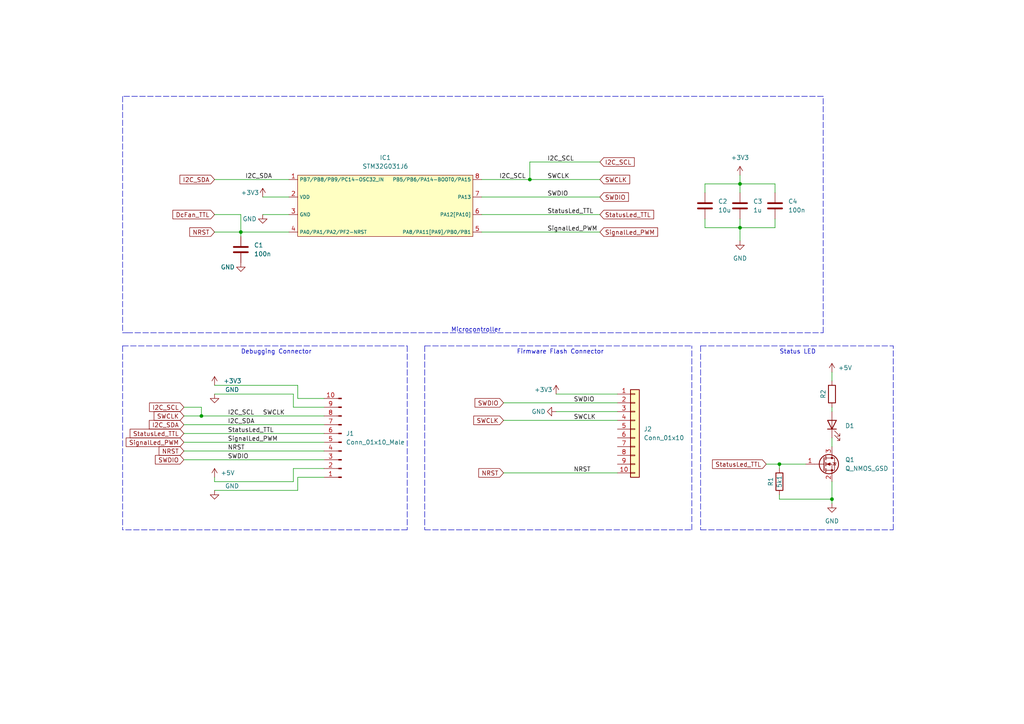
<source format=kicad_sch>
(kicad_sch (version 20211123) (generator eeschema)
  (paper "A4")
  (lib_symbols
    (symbol "Connector:Conn_01x10_Male" (pin_names (offset 1.016) hide)
      (property "Reference" "J" (at 0 12.7 0))
      (property "Value" "Conn_01x10_Male" (at 0 -15.24 0))
      (symbol "Conn_01x10_Male_1_1"
        (polyline (pts (xy 1.27 -12.7) (xy 0.8636 -12.7)) (stroke (width 0.1524)))
        (polyline (pts (xy 1.27 -10.16) (xy 0.8636 -10.16)) (stroke (width 0.1524)))
        (polyline (pts (xy 1.27 -7.62) (xy 0.8636 -7.62)) (stroke (width 0.1524)))
        (polyline (pts (xy 1.27 -5.08) (xy 0.8636 -5.08)) (stroke (width 0.1524)))
        (polyline (pts (xy 1.27 -2.54) (xy 0.8636 -2.54)) (stroke (width 0.1524)))
        (polyline (pts (xy 1.27 0) (xy 0.8636 0)) (stroke (width 0.1524)))
        (polyline (pts (xy 1.27 2.54) (xy 0.8636 2.54)) (stroke (width 0.1524)))
        (polyline (pts (xy 1.27 5.08) (xy 0.8636 5.08)) (stroke (width 0.1524)))
        (polyline (pts (xy 1.27 7.62) (xy 0.8636 7.62)) (stroke (width 0.1524)))
        (polyline (pts (xy 1.27 10.16) (xy 0.8636 10.16)) (stroke (width 0.1524)))
        (rectangle (start 0.8636 -12.573) (end 0 -12.827) (stroke (width 0.1524)) (fill (type outline)))
        (rectangle (start 0.8636 -10.033) (end 0 -10.287) (stroke (width 0.1524)) (fill (type outline)))
        (rectangle (start 0.8636 -7.493) (end 0 -7.747) (stroke (width 0.1524)) (fill (type outline)))
        (rectangle (start 0.8636 -4.953) (end 0 -5.207) (stroke (width 0.1524)) (fill (type outline)))
        (rectangle (start 0.8636 -2.413) (end 0 -2.667) (stroke (width 0.1524)) (fill (type outline)))
        (rectangle (start 0.8636 0.127) (end 0 -0.127) (stroke (width 0.1524)) (fill (type outline)))
        (rectangle (start 0.8636 2.667) (end 0 2.413) (stroke (width 0.1524)) (fill (type outline)))
        (rectangle (start 0.8636 5.207) (end 0 4.953) (stroke (width 0.1524)) (fill (type outline)))
        (rectangle (start 0.8636 7.747) (end 0 7.493) (stroke (width 0.1524)) (fill (type outline)))
        (rectangle (start 0.8636 10.287) (end 0 10.033) (stroke (width 0.1524)) (fill (type outline)))
        (pin passive line (at 5.08 10.16 180) (length 3.81) (name "Pin_1") (number "1"))
        (pin passive line (at 5.08 -12.7 180) (length 3.81) (name "Pin_10") (number "10"))
        (pin passive line (at 5.08 7.62 180) (length 3.81) (name "Pin_2") (number "2"))
        (pin passive line (at 5.08 5.08 180) (length 3.81) (name "Pin_3") (number "3"))
        (pin passive line (at 5.08 2.54 180) (length 3.81) (name "Pin_4") (number "4"))
        (pin passive line (at 5.08 0 180) (length 3.81) (name "Pin_5") (number "5"))
        (pin passive line (at 5.08 -2.54 180) (length 3.81) (name "Pin_6") (number "6"))
        (pin passive line (at 5.08 -5.08 180) (length 3.81) (name "Pin_7") (number "7"))
        (pin passive line (at 5.08 -7.62 180) (length 3.81) (name "Pin_8") (number "8"))
        (pin passive line (at 5.08 -10.16 180) (length 3.81) (name "Pin_9") (number "9"))
      )
    )
    (symbol "Connector_Generic:Conn_01x10" (pin_names (offset 1.016) hide)
      (property "Reference" "J" (at 0 12.7 0))
      (property "Value" "Conn_01x10" (at 0 -15.24 0))
      (symbol "Conn_01x10_1_1"
        (rectangle (start -1.27 -12.573) (end 0 -12.827) (stroke (width 0.1524)))
        (rectangle (start -1.27 -10.033) (end 0 -10.287) (stroke (width 0.1524)))
        (rectangle (start -1.27 -7.493) (end 0 -7.747) (stroke (width 0.1524)))
        (rectangle (start -1.27 -4.953) (end 0 -5.207) (stroke (width 0.1524)))
        (rectangle (start -1.27 -2.413) (end 0 -2.667) (stroke (width 0.1524)))
        (rectangle (start -1.27 0.127) (end 0 -0.127) (stroke (width 0.1524)))
        (rectangle (start -1.27 2.667) (end 0 2.413) (stroke (width 0.1524)))
        (rectangle (start -1.27 5.207) (end 0 4.953) (stroke (width 0.1524)))
        (rectangle (start -1.27 7.747) (end 0 7.493) (stroke (width 0.1524)))
        (rectangle (start -1.27 10.287) (end 0 10.033) (stroke (width 0.1524)))
        (rectangle (start -1.27 11.43) (end 1.27 -13.97) (stroke (width 0.254)) (fill (type background)))
        (pin passive line (at -5.08 10.16 0) (length 3.81) (name "Pin_1") (number "1"))
        (pin passive line (at -5.08 -12.7 0) (length 3.81) (name "Pin_10") (number "10"))
        (pin passive line (at -5.08 7.62 0) (length 3.81) (name "Pin_2") (number "2"))
        (pin passive line (at -5.08 5.08 0) (length 3.81) (name "Pin_3") (number "3"))
        (pin passive line (at -5.08 2.54 0) (length 3.81) (name "Pin_4") (number "4"))
        (pin passive line (at -5.08 0 0) (length 3.81) (name "Pin_5") (number "5"))
        (pin passive line (at -5.08 -2.54 0) (length 3.81) (name "Pin_6") (number "6"))
        (pin passive line (at -5.08 -5.08 0) (length 3.81) (name "Pin_7") (number "7"))
        (pin passive line (at -5.08 -7.62 0) (length 3.81) (name "Pin_8") (number "8"))
        (pin passive line (at -5.08 -10.16 0) (length 3.81) (name "Pin_9") (number "9"))
      )
    )
    (symbol "Device:C" (pin_numbers hide) (pin_names (offset 0.254))
      (property "Reference" "C" (at 0.635 2.54 0))
      (property "Value" "C" (at 0.635 -2.54 0))
      (symbol "C_0_1"
        (polyline (pts (xy -2.032 -0.762) (xy 2.032 -0.762)) (stroke (width 0.508)))
        (polyline (pts (xy -2.032 0.762) (xy 2.032 0.762)) (stroke (width 0.508)))
      )
      (symbol "C_1_1"
        (pin passive line (at 0 3.81 270) (length 2.794) (name "~") (number "1"))
        (pin passive line (at 0 -3.81 90) (length 2.794) (name "~") (number "2"))
      )
    )
    (symbol "Device:LED" (pin_numbers hide) (pin_names (offset 1.016) hide)
      (property "Reference" "D" (at 0 2.54 0))
      (property "Value" "LED" (at 0 -2.54 0))
      (symbol "LED_0_1"
        (polyline (pts (xy -1.27 -1.27) (xy -1.27 1.27)) (stroke (width 0.254)))
        (polyline (pts (xy -1.27 0) (xy 1.27 0)))
        (polyline (pts (xy 1.27 -1.27) (xy 1.27 1.27) (xy -1.27 0) (xy 1.27 -1.27)) (stroke (width 0.254)))
        (polyline (pts (xy -3.048 -0.762) (xy -4.572 -2.286) (xy -3.81 -2.286) (xy -4.572 -2.286) (xy -4.572 -1.524)))
        (polyline (pts (xy -1.778 -0.762) (xy -3.302 -2.286) (xy -2.54 -2.286) (xy -3.302 -2.286) (xy -3.302 -1.524)))
      )
      (symbol "LED_1_1"
        (pin passive line (at -3.81 0 0) (length 2.54) (name "K") (number "1"))
        (pin passive line (at 3.81 0 180) (length 2.54) (name "A") (number "2"))
      )
    )
    (symbol "Device:Q_NMOS_GSD" (pin_names (offset 0) hide)
      (property "Reference" "Q" (at 5.08 1.27 0))
      (property "Value" "Q_NMOS_GSD" (at 5.08 -1.27 0))
      (symbol "Q_NMOS_GSD_0_1"
        (polyline (pts (xy 0.254 0) (xy -2.54 0)))
        (polyline (pts (xy 0.254 1.905) (xy 0.254 -1.905)) (stroke (width 0.254)))
        (polyline (pts (xy 0.762 -1.27) (xy 0.762 -2.286)) (stroke (width 0.254)))
        (polyline (pts (xy 0.762 0.508) (xy 0.762 -0.508)) (stroke (width 0.254)))
        (polyline (pts (xy 0.762 2.286) (xy 0.762 1.27)) (stroke (width 0.254)))
        (polyline (pts (xy 2.54 2.54) (xy 2.54 1.778)))
        (polyline (pts (xy 2.54 -2.54) (xy 2.54 0) (xy 0.762 0)))
        (polyline (pts (xy 0.762 -1.778) (xy 3.302 -1.778) (xy 3.302 1.778) (xy 0.762 1.778)))
        (polyline (pts (xy 1.016 0) (xy 2.032 0.381) (xy 2.032 -0.381) (xy 1.016 0)) (fill (type outline)))
        (polyline (pts (xy 2.794 0.508) (xy 2.921 0.381) (xy 3.683 0.381) (xy 3.81 0.254)))
        (polyline (pts (xy 3.302 0.381) (xy 2.921 -0.254) (xy 3.683 -0.254) (xy 3.302 0.381)))
        (circle (center 1.651 0) (radius 2.794) (stroke (width 0.254)))
        (circle (center 2.54 -1.778) (radius 0.254) (fill (type outline)))
        (circle (center 2.54 1.778) (radius 0.254) (fill (type outline)))
      )
      (symbol "Q_NMOS_GSD_1_1"
        (pin input line (at -5.08 0 0) (length 2.54) (name "G") (number "1"))
        (pin passive line (at 2.54 -5.08 90) (length 2.54) (name "S") (number "2"))
        (pin passive line (at 2.54 5.08 270) (length 2.54) (name "D") (number "3"))
      )
    )
    (symbol "Device:R" (pin_numbers hide) (pin_names (offset 0))
      (property "Reference" "R" (at 2.032 0 90))
      (property "Value" "R" (at 0 0 90))
      (symbol "R_0_1"
        (rectangle (start -1.016 -2.54) (end 1.016 2.54) (stroke (width 0.254)))
      )
      (symbol "R_1_1"
        (pin passive line (at 0 3.81 270) (length 1.27) (name "~") (number "1"))
        (pin passive line (at 0 -3.81 90) (length 1.27) (name "~") (number "2"))
      )
    )
    (symbol "MCU_ST_STM32G0:STM32G031J6"
      (property "Reference" "IC?" (at 40.64 -11.43 0))
      (property "Value" "STM32G031J6" (at -1.27 -11.43 0))
      (symbol "STM32G031J6_0_1"
        (rectangle (start -7.62 7.62) (end 43.18 -10.16) (fill (type background)))
      )
      (symbol "STM32G031J6_1_1"
        (pin bidirectional line (at -10.16 6.35 0) (length 2.54) (name "PB7/PB8/PB9/PC14-OSC32_IN") (number "1"))
        (pin bidirectional line (at -10.16 1.27 0) (length 2.54) (name "VDD") (number "2"))
        (pin bidirectional line (at -10.16 -3.81 0) (length 2.54) (name "GND") (number "3"))
        (pin bidirectional line (at -10.16 -8.89 0) (length 2.54) (name "PA0/PA1/PA2/PF2-NRST") (number "4"))
        (pin bidirectional line (at 45.72 -8.89 180) (length 2.54) (name "PA8/PA11[PA9]/PB0/PB1") (number "5"))
        (pin bidirectional line (at 45.72 -3.81 180) (length 2.54) (name "PA12[PA10]") (number "6"))
        (pin bidirectional line (at 45.72 1.27 180) (length 2.54) (name "PA13") (number "7"))
        (pin bidirectional line (at 45.72 6.35 180) (length 2.54) (name "PB5/PB6/PA14-BOOT0/PA15") (number "8"))
      )
    )
    (symbol "power:+3V3" (power) (pin_names (offset 0))
      (property "Value" "+3V3" (at 0 3.556 0))
      (symbol "+3V3_0_1"
        (polyline (pts (xy -0.762 1.27) (xy 0 2.54)))
        (polyline (pts (xy 0 0) (xy 0 2.54)))
        (polyline (pts (xy 0 2.54) (xy 0.762 1.27)))
      )
      (symbol "+3V3_1_1"
        (pin power_in line (at 0 0 90) (length 0) hide (name "+3V3") (number "1"))
      )
    )
    (symbol "power:+5V" (power) (pin_names (offset 0))
      (property "Value" "+5V" (at 0 3.556 0))
      (symbol "+5V_0_1"
        (polyline (pts (xy -0.762 1.27) (xy 0 2.54)))
        (polyline (pts (xy 0 0) (xy 0 2.54)))
        (polyline (pts (xy 0 2.54) (xy 0.762 1.27)))
      )
      (symbol "+5V_1_1"
        (pin power_in line (at 0 0 90) (length 0) hide (name "+5V") (number "1"))
      )
    )
    (symbol "power:GND" (power) (pin_names (offset 0))
      (property "Value" "GND" (at 0 -3.81 0))
      (symbol "GND_0_1"
        (polyline (pts (xy 0 0) (xy 0 -1.27) (xy 1.27 -1.27) (xy 0 -2.54) (xy -1.27 -1.27) (xy 0 -1.27)))
      )
      (symbol "GND_1_1"
        (pin power_in line (at 0 0 270) (length 0) hide (name "GND") (number "1"))
      )
    )
  )
  (junction (at 69.85 67.31))
  (junction (at 214.63 53.34))
  (junction (at 214.63 66.04))
  (junction (at 58.42 120.65))
  (junction (at 241.3 144.78))
  (junction (at 153.67 52.07))
  (junction (at 226.06 134.62))
  (polyline (pts (xy 118.11 100.33) (xy 118.11 153.67)))
  (wire (pts (xy 214.63 66.04) (xy 214.63 69.85)))
  (wire (pts (xy 146.05 137.16) (xy 179.07 137.16)))
  (wire (pts (xy 241.3 107.95) (xy 241.3 110.49)))
  (polyline (pts (xy 35.56 96.52) (xy 36.83 96.52)))
  (wire (pts (xy 86.36 111.76) (xy 86.36 115.57)))
  (wire (pts (xy 76.2 62.23) (xy 83.82 62.23)))
  (wire (pts (xy 161.29 119.38) (xy 179.07 119.38)))
  (wire (pts (xy 85.09 135.89) (xy 93.98 135.89)))
  (wire (pts (xy 86.36 115.57) (xy 93.98 115.57)))
  (wire (pts (xy 224.79 55.88) (xy 224.79 53.34)))
  (wire (pts (xy 214.63 66.04) (xy 224.79 66.04)))
  (polyline (pts (xy 123.19 153.67) (xy 200.66 153.67)))
  (wire (pts (xy 53.34 120.65) (xy 58.42 120.65)))
  (wire (pts (xy 62.23 139.7) (xy 62.23 138.43)))
  (polyline (pts (xy 123.19 100.33) (xy 123.19 153.67)))
  (wire (pts (xy 214.63 50.8) (xy 214.63 53.34)))
  (wire (pts (xy 85.09 139.7) (xy 85.09 135.89)))
  (wire (pts (xy 139.7 62.23) (xy 173.99 62.23)))
  (polyline (pts (xy 259.08 153.67) (xy 259.08 100.33)))
  (wire (pts (xy 62.23 139.7) (xy 85.09 139.7)))
  (wire (pts (xy 153.67 52.07) (xy 173.99 52.07)))
  (polyline (pts (xy 35.56 100.33) (xy 35.56 153.67)))
  (wire (pts (xy 204.47 53.34) (xy 214.63 53.34)))
  (polyline (pts (xy 203.2 153.67) (xy 259.08 153.67)))
  (wire (pts (xy 69.85 62.23) (xy 69.85 67.31)))
  (polyline (pts (xy 118.11 153.67) (xy 35.56 153.67)))
  (wire (pts (xy 139.7 57.15) (xy 173.99 57.15)))
  (polyline (pts (xy 123.19 100.33) (xy 200.66 100.33)))
  (wire (pts (xy 86.36 142.24) (xy 86.36 138.43)))
  (polyline (pts (xy 35.56 100.33) (xy 118.11 100.33)))
  (wire (pts (xy 139.7 67.31) (xy 173.99 67.31)))
  (wire (pts (xy 62.23 114.3) (xy 85.09 114.3)))
  (polyline (pts (xy 203.2 100.33) (xy 203.2 153.67)))
  (wire (pts (xy 226.06 134.62) (xy 233.68 134.62)))
  (wire (pts (xy 86.36 138.43) (xy 93.98 138.43)))
  (wire (pts (xy 62.23 142.24) (xy 86.36 142.24)))
  (wire (pts (xy 241.3 118.11) (xy 241.3 119.38)))
  (wire (pts (xy 241.3 127) (xy 241.3 129.54)))
  (wire (pts (xy 62.23 67.31) (xy 69.85 67.31)))
  (wire (pts (xy 85.09 118.11) (xy 93.98 118.11)))
  (wire (pts (xy 161.29 114.3) (xy 179.07 114.3)))
  (wire (pts (xy 53.34 128.27) (xy 93.98 128.27)))
  (wire (pts (xy 139.7 52.07) (xy 153.67 52.07)))
  (wire (pts (xy 241.3 144.78) (xy 241.3 146.05)))
  (polyline (pts (xy 36.83 96.52) (xy 238.76 96.52)))
  (wire (pts (xy 204.47 63.5) (xy 204.47 66.04)))
  (wire (pts (xy 241.3 139.7) (xy 241.3 144.78)))
  (wire (pts (xy 226.06 135.89) (xy 226.06 134.62)))
  (wire (pts (xy 76.2 57.15) (xy 83.82 57.15)))
  (polyline (pts (xy 35.56 27.94) (xy 35.56 96.52)))
  (wire (pts (xy 153.67 46.99) (xy 153.67 52.07)))
  (wire (pts (xy 146.05 121.92) (xy 179.07 121.92)))
  (wire (pts (xy 204.47 66.04) (xy 214.63 66.04)))
  (wire (pts (xy 224.79 63.5) (xy 224.79 66.04)))
  (wire (pts (xy 53.34 118.11) (xy 58.42 118.11)))
  (wire (pts (xy 58.42 118.11) (xy 58.42 120.65)))
  (wire (pts (xy 226.06 143.51) (xy 226.06 144.78)))
  (wire (pts (xy 214.63 53.34) (xy 224.79 53.34)))
  (wire (pts (xy 62.23 52.07) (xy 83.82 52.07)))
  (wire (pts (xy 214.63 63.5) (xy 214.63 66.04)))
  (wire (pts (xy 62.23 62.23) (xy 69.85 62.23)))
  (wire (pts (xy 69.85 67.31) (xy 83.82 67.31)))
  (wire (pts (xy 58.42 120.65) (xy 93.98 120.65)))
  (wire (pts (xy 146.05 116.84) (xy 179.07 116.84)))
  (wire (pts (xy 226.06 144.78) (xy 241.3 144.78)))
  (wire (pts (xy 69.85 67.31) (xy 69.85 68.58)))
  (polyline (pts (xy 238.76 27.94) (xy 35.56 27.94)))
  (wire (pts (xy 85.09 114.3) (xy 85.09 118.11)))
  (wire (pts (xy 53.34 133.35) (xy 93.98 133.35)))
  (wire (pts (xy 173.99 46.99) (xy 153.67 46.99)))
  (polyline (pts (xy 238.76 96.52) (xy 238.76 27.94)))
  (wire (pts (xy 53.34 125.73) (xy 93.98 125.73)))
  (wire (pts (xy 204.47 55.88) (xy 204.47 53.34)))
  (wire (pts (xy 53.34 123.19) (xy 93.98 123.19)))
  (polyline (pts (xy 203.2 100.33) (xy 259.08 100.33)))
  (wire (pts (xy 53.34 130.81) (xy 93.98 130.81)))
  (wire (pts (xy 62.23 111.76) (xy 86.36 111.76)))
  (polyline (pts (xy 200.66 153.67) (xy 200.66 100.33)))
  (wire (pts (xy 222.25 134.62) (xy 226.06 134.62)))
  (wire (pts (xy 214.63 53.34) (xy 214.63 55.88)))
  (text "Microcontroller" (at 130.81 96.52 0) (effects (font (size 1.27 1.27)) (justify left bottom)))
  (text "Firmware Flash Connector" (at 149.86 102.87 0) (effects (font (size 1.27 1.27)) (justify left bottom)))
  (text "Debugging Connector" (at 69.85 102.87 0) (effects (font (size 1.27 1.27)) (justify left bottom)))
  (text "Status LED\n" (at 226.06 102.87 0) (effects (font (size 1.27 1.27)) (justify left bottom)))
  (label "SWCLK" (at 166.37 121.92 0))
  (label "SWCLK" (at 76.2 120.65 0))
  (label "I2C_SDA" (at 66.04 123.19 0))
  (label "SWCLK" (at 158.75 52.07 0))
  (label "SWDIO" (at 166.37 116.84 0))
  (label "I2C_SCL" (at 158.75 46.99 0))
  (label "I2C_SCL" (at 144.78 52.07 0))
  (label "NRST" (at 66.04 130.81 0))
  (label "SignalLed_PWM" (at 158.75 67.31 0))
  (label "SWDIO" (at 66.04 133.35 0))
  (label "I2C_SCL" (at 66.04 120.65 0))
  (label "StatusLed_TTL" (at 66.04 125.73 0))
  (label "StatusLed_TTL" (at 158.75 62.23 0))
  (label "I2C_SDA" (at 71.12 52.07 0))
  (label "SWDIO" (at 158.75 57.15 0))
  (label "NRST" (at 166.37 137.16 0))
  (label "SignalLed_PWM" (at 66.04 128.27 0))
  (global_label "I2C_SDA" (shape input) (at 62.23 52.07 180) (property "Intersheet References" "${INTERSHEET_REFS}" (effects hide)))
  (global_label "NRST" (shape input) (at 146.05 137.16 180) (property "Intersheet References" "${INTERSHEET_REFS}" (effects hide)))
  (global_label "I2C_SCL" (shape input) (at 173.99 46.99 0) (property "Intersheet References" "${INTERSHEET_REFS}" (effects hide)))
  (global_label "SignalLed_PWM" (shape input) (at 53.34 128.27 180) (property "Intersheet References" "${INTERSHEET_REFS}" (effects hide)))
  (global_label "I2C_SCL" (shape input) (at 53.34 118.11 180) (property "Intersheet References" "${INTERSHEET_REFS}" (effects hide)))
  (global_label "SWCLK" (shape input) (at 173.99 52.07 0) (property "Intersheet References" "${INTERSHEET_REFS}" (effects hide)))
  (global_label "NRST" (shape input) (at 62.23 67.31 180) (property "Intersheet References" "${INTERSHEET_REFS}" (effects hide)))
  (global_label "StatusLed_TTL" (shape input) (at 53.34 125.73 180) (property "Intersheet References" "${INTERSHEET_REFS}" (effects hide)))
  (global_label "DcFan_TTL" (shape input) (at 62.23 62.23 180) (property "Intersheet References" "${INTERSHEET_REFS}" (effects hide)))
  (global_label "SWCLK" (shape input) (at 146.05 121.92 180) (property "Intersheet References" "${INTERSHEET_REFS}" (effects hide)))
  (global_label "StatusLed_TTL" (shape input) (at 222.25 134.62 180) (property "Intersheet References" "${INTERSHEET_REFS}" (effects hide)))
  (global_label "SignalLed_PWM" (shape input) (at 173.99 67.31 0) (property "Intersheet References" "${INTERSHEET_REFS}" (effects hide)))
  (global_label "SWCLK" (shape input) (at 53.34 120.65 180) (property "Intersheet References" "${INTERSHEET_REFS}" (effects hide)))
  (global_label "I2C_SDA" (shape input) (at 53.34 123.19 180) (property "Intersheet References" "${INTERSHEET_REFS}" (effects hide)))
  (global_label "SWDIO" (shape input) (at 173.99 57.15 0) (property "Intersheet References" "${INTERSHEET_REFS}" (effects hide)))
  (global_label "SWDIO" (shape input) (at 53.34 133.35 180) (property "Intersheet References" "${INTERSHEET_REFS}" (effects hide)))
  (global_label "NRST" (shape input) (at 53.34 130.81 180) (property "Intersheet References" "${INTERSHEET_REFS}" (effects hide)))
  (global_label "StatusLed_TTL" (shape input) (at 173.99 62.23 0) (property "Intersheet References" "${INTERSHEET_REFS}" (effects hide)))
  (global_label "SWDIO" (shape input) (at 146.05 116.84 180) (property "Intersheet References" "${INTERSHEET_REFS}" (effects hide)))
  (symbol (lib_id "Device:LED") (at 241.3 123.19 90) (unit 1)
    (property "Reference" "D1" (at 245.11 123.5074 90) (effects (justify right)))
    (property "Mfr.Nr." "150060GS55040" (effects hide))
  )
  (symbol (lib_id "Device:C") (at 214.63 59.69 0) (unit 1)
    (property "Reference" "C3" (at 218.44 58.4199 0) (effects (justify left)))
    (property "Value" "1u" (at 218.44 60.9599 0) (effects (justify left)))
    (property "Footprint" "Capacitor_SMD:C_0805_2012Metric" (effects hide))
  )
  (symbol (lib_id "Device:R") (at 241.3 114.3 0) (unit 1)
    (property "Reference" "R2" (at 238.76 114.3 90))
    (property "Footprint" "Resistor_SMD:R_0805_2012Metric" (effects hide))
  )
  (symbol (lib_id "power:+5V") (at 241.3 107.95 0) (unit 1)
    (property "Reference" "#PWR012" (effects hide))
    (property "Value" "+5V" (at 245.11 106.68 0))
  )
  (symbol (lib_id "Device:Q_NMOS_GSD") (at 238.76 134.62 0) (unit 1)
    (property "Reference" "Q1" (at 245.11 133.3499 0) (effects (justify left)))
    (property "Value" "Q_NMOS_GSD" (at 245.11 135.8899 0) (effects (justify left)))
    (property "Footprint" "Package_TO_SOT_SMD:SOT-723" (effects hide))
    (property "Mfr. No." "NTK3134N" (effects hide))
  )
  (symbol (lib_id "Device:C") (at 204.47 59.69 0) (unit 1)
    (property "Reference" "C2" (at 208.28 58.4199 0) (effects (justify left)))
    (property "Value" "10u" (at 208.28 60.9599 0) (effects (justify left)))
    (property "Footprint" "Capacitor_SMD:C_0805_2012Metric" (effects hide))
  )
  (symbol (lib_id "power:+3V3") (at 214.63 50.8 0) (unit 1)
    (property "Reference" "#PWR010" (effects hide))
    (property "Value" "+3V3" (at 214.63 45.72 0))
  )
  (symbol (lib_id "Connector_Generic:Conn_01x10") (at 184.15 124.46 0) (unit 1)
    (property "Reference" "J2" (at 186.69 124.4599 0) (effects (justify left)))
    (property "Value" "Conn_01x10" (at 186.69 126.9999 0) (effects (justify left)))
    (property "Footprint" "Connector:Tag-Connect_TC2050-IDC-NL_2x05_P1.27mm_Vertical" (effects hide))
  )
  (symbol (lib_id "power:GND") (at 241.3 146.05 0) (unit 1)
    (property "Reference" "#PWR013" (effects hide))
    (property "Value" "GND" (at 241.3 151.13 0))
  )
  (symbol (lib_id "power:GND") (at 161.29 119.38 270) (unit 1)
    (property "Reference" "#PWR09" (effects hide))
    (property "Value" "GND" (at 156.21 119.38 90))
  )
  (symbol (lib_id "Device:R") (at 226.06 139.7 0) (unit 1)
    (property "Reference" "R1" (at 223.52 139.7 90))
    (property "Value" "5k1" (at 226.06 139.7 90))
    (property "Footprint" "Resistor_SMD:R_0805_2012Metric" (effects hide))
  )
  (symbol (lib_id "power:GND") (at 62.23 142.24 0) (unit 1)
    (property "Reference" "#PWR04" (effects hide))
    (property "Value" "GND" (at 67.31 140.97 0))
  )
  (symbol (lib_id "power:GND") (at 214.63 69.85 0) (unit 1)
    (property "Reference" "#PWR011" (effects hide))
    (property "Value" "GND" (at 214.63 74.93 0))
  )
  (symbol (lib_id "power:GND") (at 69.85 76.2 0) (unit 1)
    (property "Reference" "#PWR05" (effects hide))
    (property "Value" "GND" (at 66.04 77.47 0))
  )
  (symbol (lib_id "power:GND") (at 76.2 62.23 0) (unit 1)
    (property "Reference" "#PWR07" (effects hide))
    (property "Value" "GND" (at 72.39 63.5 0))
  )
  (symbol (lib_id "power:+3V3") (at 62.23 111.76 0) (unit 1)
    (property "Reference" "#PWR01" (effects hide))
    (property "Value" "+3V3" (at 64.77 110.49 0) (effects (justify left)))
  )
  (symbol (lib_id "power:+5V") (at 62.23 138.43 0) (unit 1)
    (property "Reference" "#PWR03" (effects hide))
    (property "Value" "+5V" (at 66.04 137.16 0))
  )
  (symbol (lib_id "power:+3V3") (at 76.2 57.15 0) (unit 1)
    (property "Reference" "#PWR06" (effects hide))
    (property "Value" "+3V3" (at 69.85 55.88 0) (effects (justify left)))
  )
  (symbol (lib_id "power:+3V3") (at 161.29 114.3 0) (unit 1)
    (property "Reference" "#PWR08" (effects hide))
    (property "Value" "+3V3" (at 154.94 113.03 0) (effects (justify left)))
  )
  (symbol (lib_id "MCU_ST_STM32G0:STM32G031J6") (at 93.98 58.42 0) (unit 1)
    (property "Reference" "IC1" (at 111.76 45.72 0))
    (property "Value" "STM32G031J6" (at 111.76 48.26 0))
    (property "Footprint" "Package_SO:SO-8_3.9x4.9mm_P1.27mm" (effects hide))
    (property "Datasheet" "https://www.st.com/resource/en/datasheet/stm32g031j6.pdf" (effects hide))
  )
  (symbol (lib_id "power:GND") (at 62.23 114.3 0) (unit 1)
    (property "Reference" "#PWR02" (effects hide))
    (property "Value" "GND" (at 67.31 113.03 0))
  )
  (symbol (lib_id "Device:C") (at 69.85 72.39 0) (unit 1)
    (property "Reference" "C1" (at 73.66 71.1199 0) (effects (justify left)))
    (property "Value" "100n" (at 73.66 73.6599 0) (effects (justify left)))
    (property "Footprint" "Capacitor_SMD:C_0805_2012Metric" (effects hide))
  )
  (symbol (lib_id "Connector:Conn_01x10_Male") (at 99.06 128.27 180) (unit 1)
    (property "Reference" "J1" (at 100.33 125.7299 0) (effects (justify right)))
    (property "Value" "Conn_01x10_Male" (at 100.33 128.2699 0) (effects (justify right)))
    (property "Footprint" "Connector_PinHeader_2.54mm:PinHeader_1x10_P2.54mm_Vertical" (effects hide))
  )
  (symbol (lib_id "Device:C") (at 224.79 59.69 0) (unit 1)
    (property "Reference" "C4" (at 228.6 58.4199 0) (effects (justify left)))
    (property "Value" "100n" (at 228.6 60.9599 0) (effects (justify left)))
    (property "Footprint" "Capacitor_SMD:C_0805_2012Metric" (effects hide))
  )
)
</source>
